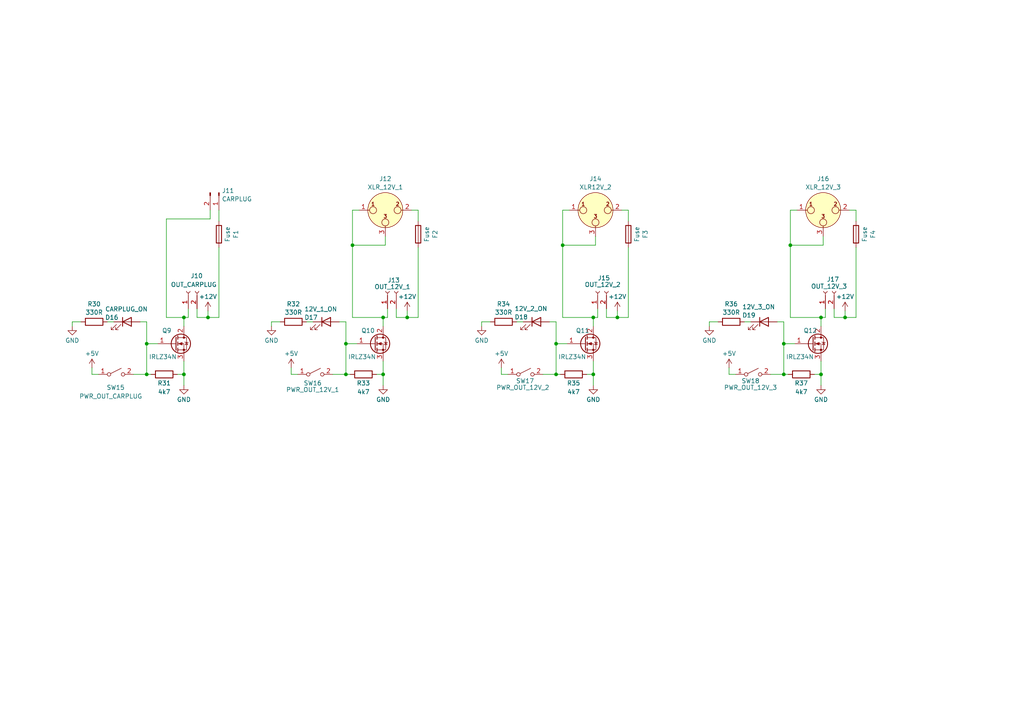
<source format=kicad_sch>
(kicad_sch (version 20231120) (generator "eeschema") (generator_version "8.0")
  (paper "A4")
  (lib_symbols
    (symbol "Connector:Conn_01x02_Pin" (pin_names (offset 1.016) hide)
      (property "Reference" "J" (at 0 2.54 0))
      (property "Value" "Conn_01x02_Pin" (at 0 -5.08 0))
      (symbol "Conn_01x02_Pin_1_1"
        (polyline (pts (xy 1.27 -2.54) (xy 0.8636 -2.54)) (stroke (width 0.1524)))
        (polyline (pts (xy 1.27 0) (xy 0.8636 0)) (stroke (width 0.1524)))
        (rectangle (start 0.8636 -2.413) (end 0 -2.667) (stroke (width 0.1524)) (fill (type outline)))
        (rectangle (start 0.8636 0.127) (end 0 -0.127) (stroke (width 0.1524)) (fill (type outline)))
        (pin passive line (at 5.08 0 180) (length 3.81) (name "Pin_1") (number "1"))
        (pin passive line (at 5.08 -2.54 180) (length 3.81) (name "Pin_2") (number "2"))
      )
    )
    (symbol "Connector:Conn_01x02_Socket" (pin_names (offset 1.016) hide)
      (property "Reference" "J" (at 0 2.54 0))
      (property "Value" "Conn_01x02_Socket" (at 0 -5.08 0))
      (symbol "Conn_01x02_Socket_1_1"
        (arc (start 0 -2.032) (mid -0.5058 -2.54) (end 0 -3.048) (stroke (width 0.1524)))
        (polyline (pts (xy -1.27 -2.54) (xy -0.508 -2.54)) (stroke (width 0.1524)))
        (polyline (pts (xy -1.27 0) (xy -0.508 0)) (stroke (width 0.1524)))
        (arc (start 0 0.508) (mid -0.5058 0) (end 0 -0.508) (stroke (width 0.1524)))
        (pin passive line (at -5.08 0 0) (length 3.81) (name "Pin_1") (number "1"))
        (pin passive line (at -5.08 -2.54 0) (length 3.81) (name "Pin_2") (number "2"))
      )
    )
    (symbol "Connector_Audio:XLR3" (pin_names hide)
      (property "Reference" "J" (at 0 8.89 0))
      (property "Value" "XLR3" (at 0 6.35 0))
      (symbol "XLR3_0_1"
        (circle (center -3.556 0) (radius 1.016))
        (circle (center 0 -3.556) (radius 1.016))
        (polyline (pts (xy -5.08 0) (xy -4.572 0)))
        (polyline (pts (xy 0 -5.08) (xy 0 -4.572)))
        (polyline (pts (xy 5.08 0) (xy 4.572 0)))
        (circle (center 0 0) (radius 5.08) (fill (type background)))
        (circle (center 3.556 0) (radius 1.016))
        (text "1" (at -3.556 1.778 0) (effects (font (size 1.016 1.016) (bold yes))))
        (text "2" (at 3.556 1.778 0) (effects (font (size 1.016 1.016) (bold yes))))
        (text "3" (at 0 -1.778 0) (effects (font (size 1.016 1.016) (bold yes))))
        (pin passive line (at -7.62 0 0) (length 2.54) (name "~") (number "1"))
        (pin passive line (at 7.62 0 180) (length 2.54) (name "~") (number "2"))
        (pin passive line (at 0 -7.62 90) (length 2.54) (name "~") (number "3"))
      )
    )
    (symbol "Device:Fuse" (pin_numbers hide) (pin_names (offset 0))
      (property "Reference" "F" (at 2.032 0 90))
      (property "Value" "Fuse" (at -1.905 0 90))
      (symbol "Fuse_0_1"
        (rectangle (start -0.762 -2.54) (end 0.762 2.54) (stroke (width 0.254)))
        (polyline (pts (xy 0 2.54) (xy 0 -2.54)))
      )
      (symbol "Fuse_1_1"
        (pin passive line (at 0 3.81 270) (length 1.27) (name "~") (number "1"))
        (pin passive line (at 0 -3.81 90) (length 1.27) (name "~") (number "2"))
      )
    )
    (symbol "Device:LED" (pin_numbers hide) (pin_names (offset 1.016) hide)
      (property "Reference" "D" (at 0 2.54 0))
      (property "Value" "LED" (at 0 -2.54 0))
      (symbol "LED_0_1"
        (polyline (pts (xy -1.27 -1.27) (xy -1.27 1.27)) (stroke (width 0.254)))
        (polyline (pts (xy -1.27 0) (xy 1.27 0)))
        (polyline (pts (xy 1.27 -1.27) (xy 1.27 1.27) (xy -1.27 0) (xy 1.27 -1.27)) (stroke (width 0.254)))
        (polyline (pts (xy -3.048 -0.762) (xy -4.572 -2.286) (xy -3.81 -2.286) (xy -4.572 -2.286) (xy -4.572 -1.524)))
        (polyline (pts (xy -1.778 -0.762) (xy -3.302 -2.286) (xy -2.54 -2.286) (xy -3.302 -2.286) (xy -3.302 -1.524)))
      )
      (symbol "LED_1_1"
        (pin passive line (at -3.81 0 0) (length 2.54) (name "K") (number "1"))
        (pin passive line (at 3.81 0 180) (length 2.54) (name "A") (number "2"))
      )
    )
    (symbol "Device:R" (pin_numbers hide) (pin_names (offset 0))
      (property "Reference" "R" (at 2.032 0 90))
      (property "Value" "R" (at 0 0 90))
      (symbol "R_0_1"
        (rectangle (start -1.016 -2.54) (end 1.016 2.54) (stroke (width 0.254)))
      )
      (symbol "R_1_1"
        (pin passive line (at 0 3.81 270) (length 1.27) (name "~") (number "1"))
        (pin passive line (at 0 -3.81 90) (length 1.27) (name "~") (number "2"))
      )
    )
    (symbol "Switch:SW_SPST" (pin_names (offset 0) hide)
      (property "Reference" "SW" (at 0 3.175 0))
      (property "Value" "SW_SPST" (at 0 -2.54 0))
      (symbol "SW_SPST_0_0"
        (circle (center -2.032 0) (radius 0.508))
        (polyline (pts (xy -1.524 0.254) (xy 1.524 1.778)))
        (circle (center 2.032 0) (radius 0.508))
      )
      (symbol "SW_SPST_1_1"
        (pin passive line (at -5.08 0 0) (length 2.54) (name "A") (number "1"))
        (pin passive line (at 5.08 0 180) (length 2.54) (name "B") (number "2"))
      )
    )
    (symbol "Transistor_FET:IRLZ34N" (pin_names hide)
      (property "Reference" "Q" (at 5.08 1.905 0))
      (property "Value" "IRLZ34N" (at 5.08 0 0))
      (symbol "IRLZ34N_0_1"
        (polyline (pts (xy 0.254 0) (xy -2.54 0)))
        (polyline (pts (xy 0.254 1.905) (xy 0.254 -1.905)) (stroke (width 0.254)))
        (polyline (pts (xy 0.762 -1.27) (xy 0.762 -2.286)) (stroke (width 0.254)))
        (polyline (pts (xy 0.762 0.508) (xy 0.762 -0.508)) (stroke (width 0.254)))
        (polyline (pts (xy 0.762 2.286) (xy 0.762 1.27)) (stroke (width 0.254)))
        (polyline (pts (xy 2.54 2.54) (xy 2.54 1.778)))
        (polyline (pts (xy 2.54 -2.54) (xy 2.54 0) (xy 0.762 0)))
        (polyline (pts (xy 0.762 -1.778) (xy 3.302 -1.778) (xy 3.302 1.778) (xy 0.762 1.778)))
        (polyline (pts (xy 1.016 0) (xy 2.032 0.381) (xy 2.032 -0.381) (xy 1.016 0)) (fill (type outline)))
        (polyline (pts (xy 2.794 0.508) (xy 2.921 0.381) (xy 3.683 0.381) (xy 3.81 0.254)))
        (polyline (pts (xy 3.302 0.381) (xy 2.921 -0.254) (xy 3.683 -0.254) (xy 3.302 0.381)))
        (circle (center 1.651 0) (radius 2.794) (stroke (width 0.254)))
        (circle (center 2.54 -1.778) (radius 0.254) (fill (type outline)))
        (circle (center 2.54 1.778) (radius 0.254) (fill (type outline)))
      )
      (symbol "IRLZ34N_1_1"
        (pin input line (at -5.08 0 0) (length 2.54) (name "G") (number "1"))
        (pin passive line (at 2.54 5.08 270) (length 2.54) (name "D") (number "2"))
        (pin passive line (at 2.54 -5.08 90) (length 2.54) (name "S") (number "3"))
      )
    )
    (symbol "power:+12V" (power) (pin_names (offset 0))
      (property "Value" "+12V" (at 0 3.556 0))
      (symbol "+12V_0_1"
        (polyline (pts (xy -0.762 1.27) (xy 0 2.54)))
        (polyline (pts (xy 0 0) (xy 0 2.54)))
        (polyline (pts (xy 0 2.54) (xy 0.762 1.27)))
      )
      (symbol "+12V_1_1"
        (pin power_in line (at 0 0 90) (length 0) hide (name "+12V") (number "1"))
      )
    )
    (symbol "power:+5V" (power) (pin_names (offset 0))
      (property "Value" "+5V" (at 0 3.556 0))
      (symbol "+5V_0_1"
        (polyline (pts (xy -0.762 1.27) (xy 0 2.54)))
        (polyline (pts (xy 0 0) (xy 0 2.54)))
        (polyline (pts (xy 0 2.54) (xy 0.762 1.27)))
      )
      (symbol "+5V_1_1"
        (pin power_in line (at 0 0 90) (length 0) hide (name "+5V") (number "1"))
      )
    )
    (symbol "power:GND" (power) (pin_names (offset 0))
      (property "Value" "GND" (at 0 -3.81 0))
      (symbol "GND_0_1"
        (polyline (pts (xy 0 0) (xy 0 -1.27) (xy 1.27 -1.27) (xy 0 -2.54) (xy -1.27 -1.27) (xy 0 -1.27)))
      )
      (symbol "GND_1_1"
        (pin power_in line (at 0 0 270) (length 0) hide (name "GND") (number "1"))
      )
    )
  )
  (junction (at 111.125 92.075))
  (junction (at 111.125 108.585))
  (junction (at 238.125 92.075))
  (junction (at 100.33 99.695))
  (junction (at 60.325 92.075))
  (junction (at 118.11 92.075))
  (junction (at 163.195 71.12))
  (junction (at 53.34 92.075))
  (junction (at 227.33 108.585))
  (junction (at 229.235 71.12))
  (junction (at 102.235 71.12))
  (junction (at 161.29 108.585))
  (junction (at 172.085 108.585))
  (junction (at 42.545 99.695))
  (junction (at 179.07 92.075))
  (junction (at 245.11 92.075))
  (junction (at 42.545 108.585))
  (junction (at 227.33 99.695))
  (junction (at 238.125 108.585))
  (junction (at 172.085 92.075))
  (junction (at 100.33 108.585))
  (junction (at 53.34 108.585))
  (junction (at 161.29 99.695))
  (wire (pts (xy 159.385 93.345) (xy 161.29 93.345)))
  (wire (pts (xy 172.72 68.58) (xy 172.72 71.12)))
  (wire (pts (xy 102.235 60.96) (xy 104.14 60.96)))
  (wire (pts (xy 26.67 108.585) (xy 26.67 106.68)))
  (wire (pts (xy 142.24 93.345) (xy 139.7 93.345)))
  (wire (pts (xy 40.64 93.345) (xy 42.545 93.345)))
  (wire (pts (xy 215.9 93.345) (xy 217.805 93.345)))
  (wire (pts (xy 121.285 92.075) (xy 121.285 71.755)))
  (wire (pts (xy 163.195 60.96) (xy 165.1 60.96)))
  (wire (pts (xy 245.11 90.17) (xy 245.11 92.075)))
  (wire (pts (xy 81.28 93.345) (xy 78.74 93.345)))
  (wire (pts (xy 180.34 60.96) (xy 182.245 60.96)))
  (wire (pts (xy 246.38 60.96) (xy 248.285 60.96)))
  (wire (pts (xy 114.935 92.075) (xy 118.11 92.075)))
  (wire (pts (xy 147.32 108.585) (xy 145.415 108.585)))
  (wire (pts (xy 28.575 108.585) (xy 26.67 108.585)))
  (wire (pts (xy 164.465 99.695) (xy 161.29 99.695)))
  (wire (pts (xy 54.61 89.535) (xy 54.61 92.075)))
  (wire (pts (xy 241.935 89.535) (xy 241.935 92.075)))
  (wire (pts (xy 51.435 108.585) (xy 53.34 108.585)))
  (wire (pts (xy 54.61 92.075) (xy 53.34 92.075)))
  (wire (pts (xy 31.115 93.345) (xy 33.02 93.345)))
  (wire (pts (xy 100.33 93.345) (xy 100.33 99.695)))
  (wire (pts (xy 100.33 99.695) (xy 100.33 108.585)))
  (wire (pts (xy 241.935 92.075) (xy 245.11 92.075)))
  (wire (pts (xy 60.325 90.17) (xy 60.325 92.075)))
  (wire (pts (xy 172.72 71.12) (xy 163.195 71.12)))
  (wire (pts (xy 63.5 92.075) (xy 63.5 71.755)))
  (wire (pts (xy 172.085 92.075) (xy 172.085 94.615)))
  (wire (pts (xy 229.235 92.075) (xy 229.235 71.12)))
  (wire (pts (xy 53.34 92.075) (xy 48.26 92.075)))
  (wire (pts (xy 208.28 93.345) (xy 205.74 93.345)))
  (wire (pts (xy 23.495 93.345) (xy 20.955 93.345)))
  (wire (pts (xy 109.22 108.585) (xy 111.125 108.585)))
  (wire (pts (xy 170.18 108.585) (xy 172.085 108.585)))
  (wire (pts (xy 118.11 92.075) (xy 121.285 92.075)))
  (wire (pts (xy 111.125 92.075) (xy 111.125 94.615)))
  (wire (pts (xy 102.235 92.075) (xy 102.235 71.12)))
  (wire (pts (xy 114.935 89.535) (xy 114.935 92.075)))
  (wire (pts (xy 248.285 92.075) (xy 248.285 71.755)))
  (wire (pts (xy 111.76 71.12) (xy 102.235 71.12)))
  (wire (pts (xy 163.195 71.12) (xy 163.195 60.96)))
  (wire (pts (xy 238.76 71.12) (xy 229.235 71.12)))
  (wire (pts (xy 245.11 92.075) (xy 248.285 92.075)))
  (wire (pts (xy 103.505 99.695) (xy 100.33 99.695)))
  (wire (pts (xy 42.545 108.585) (xy 43.815 108.585)))
  (wire (pts (xy 102.235 71.12) (xy 102.235 60.96)))
  (wire (pts (xy 211.455 108.585) (xy 211.455 106.68)))
  (wire (pts (xy 157.48 108.585) (xy 161.29 108.585)))
  (wire (pts (xy 179.07 90.17) (xy 179.07 92.075)))
  (wire (pts (xy 42.545 93.345) (xy 42.545 99.695)))
  (wire (pts (xy 53.34 92.075) (xy 53.34 94.615)))
  (wire (pts (xy 84.455 108.585) (xy 84.455 106.68)))
  (wire (pts (xy 48.26 92.075) (xy 48.26 63.5)))
  (wire (pts (xy 112.395 89.535) (xy 112.395 92.075)))
  (wire (pts (xy 248.285 60.96) (xy 248.285 64.135)))
  (wire (pts (xy 172.085 108.585) (xy 172.085 111.76)))
  (wire (pts (xy 238.76 68.58) (xy 238.76 71.12)))
  (wire (pts (xy 182.245 60.96) (xy 182.245 64.135)))
  (wire (pts (xy 98.425 93.345) (xy 100.33 93.345)))
  (wire (pts (xy 172.085 92.075) (xy 163.195 92.075)))
  (wire (pts (xy 229.235 60.96) (xy 231.14 60.96)))
  (wire (pts (xy 48.26 63.5) (xy 60.96 63.5)))
  (wire (pts (xy 88.9 93.345) (xy 90.805 93.345)))
  (wire (pts (xy 227.33 93.345) (xy 227.33 99.695)))
  (wire (pts (xy 236.22 108.585) (xy 238.125 108.585)))
  (wire (pts (xy 175.895 89.535) (xy 175.895 92.075)))
  (wire (pts (xy 161.29 99.695) (xy 161.29 108.585)))
  (wire (pts (xy 149.86 93.345) (xy 151.765 93.345)))
  (wire (pts (xy 161.29 93.345) (xy 161.29 99.695)))
  (wire (pts (xy 38.735 108.585) (xy 42.545 108.585)))
  (wire (pts (xy 227.33 108.585) (xy 228.6 108.585)))
  (wire (pts (xy 60.325 92.075) (xy 63.5 92.075)))
  (wire (pts (xy 161.29 108.585) (xy 162.56 108.585)))
  (wire (pts (xy 223.52 108.585) (xy 227.33 108.585)))
  (wire (pts (xy 45.72 99.695) (xy 42.545 99.695)))
  (wire (pts (xy 86.36 108.585) (xy 84.455 108.585)))
  (wire (pts (xy 179.07 92.075) (xy 182.245 92.075)))
  (wire (pts (xy 139.7 93.345) (xy 139.7 94.615)))
  (wire (pts (xy 60.96 63.5) (xy 60.96 60.96)))
  (wire (pts (xy 112.395 92.075) (xy 111.125 92.075)))
  (wire (pts (xy 238.125 92.075) (xy 238.125 94.615)))
  (wire (pts (xy 238.125 92.075) (xy 229.235 92.075)))
  (wire (pts (xy 239.395 89.535) (xy 239.395 92.075)))
  (wire (pts (xy 205.74 93.345) (xy 205.74 94.615)))
  (wire (pts (xy 145.415 108.585) (xy 145.415 106.68)))
  (wire (pts (xy 111.125 104.775) (xy 111.125 108.585)))
  (wire (pts (xy 78.74 93.345) (xy 78.74 94.615)))
  (wire (pts (xy 173.355 92.075) (xy 172.085 92.075)))
  (wire (pts (xy 111.76 68.58) (xy 111.76 71.12)))
  (wire (pts (xy 57.15 89.535) (xy 57.15 92.075)))
  (wire (pts (xy 230.505 99.695) (xy 227.33 99.695)))
  (wire (pts (xy 239.395 92.075) (xy 238.125 92.075)))
  (wire (pts (xy 57.15 92.075) (xy 60.325 92.075)))
  (wire (pts (xy 182.245 92.075) (xy 182.245 71.755)))
  (wire (pts (xy 119.38 60.96) (xy 121.285 60.96)))
  (wire (pts (xy 163.195 92.075) (xy 163.195 71.12)))
  (wire (pts (xy 111.125 108.585) (xy 111.125 111.76)))
  (wire (pts (xy 213.36 108.585) (xy 211.455 108.585)))
  (wire (pts (xy 96.52 108.585) (xy 100.33 108.585)))
  (wire (pts (xy 173.355 89.535) (xy 173.355 92.075)))
  (wire (pts (xy 53.34 108.585) (xy 53.34 111.76)))
  (wire (pts (xy 20.955 93.345) (xy 20.955 94.615)))
  (wire (pts (xy 225.425 93.345) (xy 227.33 93.345)))
  (wire (pts (xy 175.895 92.075) (xy 179.07 92.075)))
  (wire (pts (xy 238.125 104.775) (xy 238.125 108.585)))
  (wire (pts (xy 100.33 108.585) (xy 101.6 108.585)))
  (wire (pts (xy 172.085 104.775) (xy 172.085 108.585)))
  (wire (pts (xy 118.11 90.17) (xy 118.11 92.075)))
  (wire (pts (xy 42.545 99.695) (xy 42.545 108.585)))
  (wire (pts (xy 238.125 108.585) (xy 238.125 111.76)))
  (wire (pts (xy 229.235 71.12) (xy 229.235 60.96)))
  (wire (pts (xy 227.33 99.695) (xy 227.33 108.585)))
  (wire (pts (xy 121.285 60.96) (xy 121.285 64.135)))
  (wire (pts (xy 53.34 104.775) (xy 53.34 108.585)))
  (wire (pts (xy 63.5 60.96) (xy 63.5 64.135)))
  (wire (pts (xy 111.125 92.075) (xy 102.235 92.075)))
  (symbol (lib_id "power:+12V") (at 60.325 90.17 0) (unit 1)
    (property "Reference" "#PWR048" (effects (hide yes)))
    (property "Value" "+12V" (at 60.325 86.0369 0))
  )
  (symbol (lib_id "power:GND") (at 20.955 94.615 0) (unit 1)
    (property "Reference" "#PWR045" (effects (hide yes)))
    (property "Value" "GND" (at 20.955 98.7481 0))
  )
  (symbol (lib_id "Device:R") (at 27.305 93.345 90) (unit 1)
    (property "Reference" "R30" (at 27.305 88.1847 90))
    (property "Value" "330R" (at 27.305 90.6089 90))
    (property "Footprint" "Resistor_SMD:R_1206_3216Metric_Pad1.30x1.75mm_HandSolder" (effects (hide yes)))
  )
  (symbol (lib_id "Device:R") (at 166.37 108.585 90) (unit 1)
    (property "Reference" "R35" (at 166.37 111.125 90))
    (property "Value" "4k7" (at 166.37 113.665 90))
    (property "Footprint" "Resistor_SMD:R_1206_3216Metric_Pad1.30x1.75mm_HandSolder" (effects (hide yes)))
  )
  (symbol (lib_id "power:GND") (at 53.34 111.76 0) (unit 1)
    (property "Reference" "#PWR047" (effects (hide yes)))
    (property "Value" "GND" (at 53.34 115.8931 0))
  )
  (symbol (lib_id "power:+5V") (at 26.67 106.68 0) (unit 1)
    (property "Reference" "#PWR046" (effects (hide yes)))
    (property "Value" "+5V" (at 26.67 102.5469 0))
  )
  (symbol (lib_id "Connector_Audio:XLR3") (at 238.76 60.96 0) (unit 1) (in_bom no) (on_board no)
    (property "Reference" "J16" (at 238.76 51.8627 0))
    (property "Value" "XLR_12V_3" (at 238.76 54.2869 0))
    (property "Datasheet" " ~" (effects (hide yes)))
  )
  (symbol (lib_id "Connector:Conn_01x02_Socket") (at 54.61 84.455 90) (unit 1)
    (property "Reference" "J10" (at 55.245 80.01 90) (effects (justify right)))
    (property "Value" "OUT_CARPLUG" (at 49.53 82.55 90) (effects (justify right)))
    (property "Footprint" "Connector_Wire:SolderWire-1sqmm_1x02_P5.4mm_D1.4mm_OD2.7mm" (effects (hide yes)))
  )
  (symbol (lib_id "Transistor_FET:IRLZ34N") (at 108.585 99.695 0) (unit 1)
    (property "Reference" "Q10" (at 104.775 95.885 0) (effects (justify left)))
    (property "Value" "IRLZ34N" (at 100.965 103.505 0) (effects (justify left)))
    (property "Footprint" "Package_TO_SOT_THT:TO-220-3_Vertical" (effects (hide yes)))
    (property "Datasheet" "http://www.infineon.com/dgdl/irlz34npbf.pdf?fileId=5546d462533600a40153567206892720" (effects (hide yes)))
  )
  (symbol (lib_id "Device:Fuse") (at 121.285 67.945 0) (unit 1) (in_bom no) (on_board no)
    (property "Reference" "F2" (at 126.1913 67.945 90))
    (property "Value" "Fuse" (at 123.7671 67.945 90))
    (property "Footprint" "Connector_Wire:SolderWire-1sqmm_1x02_P5.4mm_D1.4mm_OD2.7mm" (effects (hide yes)))
  )
  (symbol (lib_id "Device:Fuse") (at 248.285 67.945 0) (unit 1) (in_bom no) (on_board no)
    (property "Reference" "F4" (at 253.1913 67.945 90))
    (property "Value" "Fuse" (at 250.7671 67.945 90))
    (property "Footprint" "Connector_Wire:SolderWire-1sqmm_1x02_P5.4mm_D1.4mm_OD2.7mm" (effects (hide yes)))
  )
  (symbol (lib_id "power:+5V") (at 211.455 106.68 0) (unit 1)
    (property "Reference" "#PWR058" (effects (hide yes)))
    (property "Value" "+5V" (at 211.455 102.5469 0))
  )
  (symbol (lib_id "Device:R") (at 212.09 93.345 90) (unit 1)
    (property "Reference" "R36" (at 212.09 88.1847 90))
    (property "Value" "330R" (at 212.09 90.6089 90))
    (property "Footprint" "Resistor_SMD:R_1206_3216Metric_Pad1.30x1.75mm_HandSolder" (effects (hide yes)))
  )
  (symbol (lib_id "power:+5V") (at 84.455 106.68 0) (unit 1)
    (property "Reference" "#PWR050" (effects (hide yes)))
    (property "Value" "+5V" (at 84.455 102.5469 0))
  )
  (symbol (lib_id "power:+12V") (at 179.07 90.17 0) (unit 1)
    (property "Reference" "#PWR056" (effects (hide yes)))
    (property "Value" "+12V" (at 179.07 86.0369 0))
  )
  (symbol (lib_id "Switch:SW_SPST") (at 218.44 108.585 0) (unit 1)
    (property "Reference" "SW18" (at 220.345 110.49 0) (effects (justify right)))
    (property "Value" "PWR_OUT_12V_3" (at 225.425 112.395 0) (effects (justify right)))
    (property "Footprint" "Connector_PinHeader_2.54mm:PinHeader_1x02_P2.54mm_Vertical" (effects (hide yes)))
  )
  (symbol (lib_id "power:GND") (at 111.125 111.76 0) (unit 1)
    (property "Reference" "#PWR051" (effects (hide yes)))
    (property "Value" "GND" (at 111.125 115.8931 0))
  )
  (symbol (lib_id "Device:LED") (at 221.615 93.345 0) (unit 1)
    (property "Reference" "D19" (at 215.265 91.44 0) (effects (justify left)))
    (property "Value" "12V_3_ON" (at 215.265 89.0158 0) (effects (justify left)))
    (property "Footprint" "Connector_PinHeader_2.54mm:PinHeader_1x02_P2.54mm_Vertical" (effects (hide yes)))
  )
  (symbol (lib_id "Connector:Conn_01x02_Socket") (at 239.395 84.455 90) (unit 1)
    (property "Reference" "J17" (at 239.776 81.026 90) (effects (justify right)))
    (property "Value" "OUT_12V_3" (at 235.204 83.058 90) (effects (justify right)))
    (property "Footprint" "Connector_Wire:SolderWire-1sqmm_1x02_P5.4mm_D1.4mm_OD2.7mm" (effects (hide yes)))
  )
  (symbol (lib_id "Connector:Conn_01x02_Socket") (at 112.395 84.455 90) (unit 1)
    (property "Reference" "J13" (at 112.395 81.28 90) (effects (justify right)))
    (property "Value" "OUT_12V_1" (at 108.585 83.185 90) (effects (justify right)))
    (property "Footprint" "Connector_Wire:SolderWire-1sqmm_1x02_P5.4mm_D1.4mm_OD2.7mm" (effects (hide yes)))
  )
  (symbol (lib_id "Device:R") (at 47.625 108.585 90) (unit 1)
    (property "Reference" "R31" (at 47.625 111.125 90))
    (property "Value" "4k7" (at 47.625 113.665 90))
    (property "Footprint" "Resistor_SMD:R_1206_3216Metric_Pad1.30x1.75mm_HandSolder" (effects (hide yes)))
  )
  (symbol (lib_id "Switch:SW_SPST") (at 91.44 108.585 0) (unit 1)
    (property "Reference" "SW16" (at 93.345 111.125 0) (effects (justify right)))
    (property "Value" "PWR_OUT_12V_1" (at 98.425 113.03 0) (effects (justify right)))
    (property "Footprint" "Connector_PinHeader_2.54mm:PinHeader_1x02_P2.54mm_Vertical" (effects (hide yes)))
  )
  (symbol (lib_id "Device:R") (at 146.05 93.345 90) (unit 1)
    (property "Reference" "R34" (at 146.05 88.1847 90))
    (property "Value" "330R" (at 146.05 90.6089 90))
    (property "Footprint" "Resistor_SMD:R_1206_3216Metric_Pad1.30x1.75mm_HandSolder" (effects (hide yes)))
  )
  (symbol (lib_id "Connector_Audio:XLR3") (at 172.72 60.96 0) (unit 1) (in_bom no) (on_board no)
    (property "Reference" "J14" (at 172.72 51.8627 0))
    (property "Value" "XLR12V_2" (at 172.72 54.2869 0))
    (property "Datasheet" " ~" (effects (hide yes)))
  )
  (symbol (lib_id "Device:LED") (at 94.615 93.345 0) (unit 1)
    (property "Reference" "D17" (at 88.265 92.075 0) (effects (justify left)))
    (property "Value" "12V_1_ON" (at 88.265 89.6508 0) (effects (justify left)))
    (property "Footprint" "Connector_PinHeader_2.54mm:PinHeader_1x02_P2.54mm_Vertical" (effects (hide yes)))
  )
  (symbol (lib_id "Switch:SW_SPST") (at 33.655 108.585 0) (unit 1)
    (property "Reference" "SW15" (at 36.195 112.395 0) (effects (justify right)))
    (property "Value" "PWR_OUT_CARPLUG" (at 41.275 114.935 0) (effects (justify right)))
    (property "Footprint" "Connector_PinHeader_2.54mm:PinHeader_1x02_P2.54mm_Vertical" (effects (hide yes)))
  )
  (symbol (lib_id "Switch:SW_SPST") (at 152.4 108.585 0) (unit 1)
    (property "Reference" "SW17" (at 154.94 110.49 0) (effects (justify right)))
    (property "Value" "PWR_OUT_12V_2" (at 159.385 112.395 0) (effects (justify right)))
    (property "Footprint" "Connector_PinHeader_2.54mm:PinHeader_1x02_P2.54mm_Vertical" (effects (hide yes)))
  )
  (symbol (lib_id "Connector_Audio:XLR3") (at 111.76 60.96 0) (unit 1) (in_bom no) (on_board no)
    (property "Reference" "J12" (at 111.76 51.8627 0))
    (property "Value" "XLR_12V_1" (at 111.76 54.2869 0))
    (property "Datasheet" " ~" (effects (hide yes)))
  )
  (symbol (lib_id "power:+5V") (at 145.415 106.68 0) (unit 1)
    (property "Reference" "#PWR054" (effects (hide yes)))
    (property "Value" "+5V" (at 145.415 102.5469 0))
  )
  (symbol (lib_id "Connector:Conn_01x02_Pin") (at 63.5 55.88 270) (unit 1) (in_bom no) (on_board no)
    (property "Reference" "J11" (at 64.3382 55.3029 90) (effects (justify left)))
    (property "Value" "CARPLUG" (at 64.3382 57.7271 90) (effects (justify left)))
  )
  (symbol (lib_id "power:GND") (at 205.74 94.615 0) (unit 1)
    (property "Reference" "#PWR057" (effects (hide yes)))
    (property "Value" "GND" (at 205.74 98.7481 0))
  )
  (symbol (lib_id "power:GND") (at 238.125 111.76 0) (unit 1)
    (property "Reference" "#PWR059" (effects (hide yes)))
    (property "Value" "GND" (at 238.125 115.8931 0))
  )
  (symbol (lib_id "Transistor_FET:IRLZ34N") (at 50.8 99.695 0) (unit 1)
    (property "Reference" "Q9" (at 46.99 95.885 0) (effects (justify left)))
    (property "Value" "IRLZ34N" (at 43.18 103.505 0) (effects (justify left)))
    (property "Footprint" "Package_TO_SOT_THT:TO-220-3_Vertical" (effects (hide yes)))
    (property "Datasheet" "http://www.infineon.com/dgdl/irlz34npbf.pdf?fileId=5546d462533600a40153567206892720" (effects (hide yes)))
  )
  (symbol (lib_id "Device:LED") (at 36.83 93.345 0) (unit 1)
    (property "Reference" "D16" (at 30.48 92.075 0) (effects (justify left)))
    (property "Value" "CARPLUG_ON" (at 30.48 89.6508 0) (effects (justify left)))
    (property "Footprint" "Connector_PinHeader_2.54mm:PinHeader_1x02_P2.54mm_Vertical" (effects (hide yes)))
  )
  (symbol (lib_id "power:GND") (at 172.085 111.76 0) (unit 1)
    (property "Reference" "#PWR055" (effects (hide yes)))
    (property "Value" "GND" (at 172.085 115.8931 0))
  )
  (symbol (lib_id "power:GND") (at 78.74 94.615 0) (unit 1)
    (property "Reference" "#PWR049" (effects (hide yes)))
    (property "Value" "GND" (at 78.74 98.7481 0))
  )
  (symbol (lib_id "power:GND") (at 139.7 94.615 0) (unit 1)
    (property "Reference" "#PWR053" (effects (hide yes)))
    (property "Value" "GND" (at 139.7 98.7481 0))
  )
  (symbol (lib_id "power:+12V") (at 118.11 90.17 0) (unit 1)
    (property "Reference" "#PWR052" (effects (hide yes)))
    (property "Value" "+12V" (at 118.11 86.0369 0))
  )
  (symbol (lib_id "Device:Fuse") (at 182.245 67.945 0) (unit 1) (in_bom no) (on_board no)
    (property "Reference" "F3" (at 187.1513 67.945 90))
    (property "Value" "Fuse" (at 184.7271 67.945 90))
    (property "Footprint" "Connector_Wire:SolderWire-1sqmm_1x02_P5.4mm_D1.4mm_OD2.7mm" (effects (hide yes)))
  )
  (symbol (lib_id "Transistor_FET:IRLZ34N") (at 169.545 99.695 0) (unit 1)
    (property "Reference" "Q11" (at 167.005 95.885 0) (effects (justify left)))
    (property "Value" "IRLZ34N" (at 161.925 103.505 0) (effects (justify left)))
    (property "Footprint" "Package_TO_SOT_THT:TO-220-3_Vertical" (effects (hide yes)))
    (property "Datasheet" "http://www.infineon.com/dgdl/irlz34npbf.pdf?fileId=5546d462533600a40153567206892720" (effects (hide yes)))
  )
  (symbol (lib_id "power:+12V") (at 245.11 90.17 0) (unit 1)
    (property "Reference" "#PWR060" (effects (hide yes)))
    (property "Value" "+12V" (at 245.11 86.0369 0))
  )
  (symbol (lib_id "Device:LED") (at 155.575 93.345 0) (unit 1)
    (property "Reference" "D18" (at 149.225 91.9592 0) (effects (justify left)))
    (property "Value" "12V_2_ON" (at 149.225 89.535 0) (effects (justify left)))
    (property "Footprint" "Connector_PinHeader_2.54mm:PinHeader_1x02_P2.54mm_Vertical" (effects (hide yes)))
  )
  (symbol (lib_id "Connector:Conn_01x02_Socket") (at 173.355 84.455 90) (unit 1)
    (property "Reference" "J15" (at 173.355 80.645 90) (effects (justify right)))
    (property "Value" "OUT_12V_2" (at 169.545 82.55 90) (effects (justify right)))
    (property "Footprint" "Connector_Wire:SolderWire-1sqmm_1x02_P5.4mm_D1.4mm_OD2.7mm" (effects (hide yes)))
  )
  (symbol (lib_id "Device:R") (at 105.41 108.585 90) (unit 1)
    (property "Reference" "R33" (at 105.41 111.125 90))
    (property "Value" "4k7" (at 105.41 113.665 90))
    (property "Footprint" "Resistor_SMD:R_1206_3216Metric_Pad1.30x1.75mm_HandSolder" (effects (hide yes)))
  )
  (symbol (lib_id "Device:R") (at 85.09 93.345 90) (unit 1)
    (property "Reference" "R32" (at 85.09 88.1847 90))
    (property "Value" "330R" (at 85.09 90.6089 90))
    (property "Footprint" "Resistor_SMD:R_1206_3216Metric_Pad1.30x1.75mm_HandSolder" (effects (hide yes)))
  )
  (symbol (lib_id "Device:R") (at 232.41 108.585 90) (unit 1)
    (property "Reference" "R37" (at 232.41 111.125 90))
    (property "Value" "4k7" (at 232.41 113.665 90))
    (property "Footprint" "Resistor_SMD:R_1206_3216Metric_Pad1.30x1.75mm_HandSolder" (effects (hide yes)))
  )
  (symbol (lib_id "Transistor_FET:IRLZ34N") (at 235.585 99.695 0) (unit 1)
    (property "Reference" "Q12" (at 233.045 95.885 0) (effects (justify left)))
    (property "Value" "IRLZ34N" (at 227.965 103.505 0) (effects (justify left)))
    (property "Footprint" "Package_TO_SOT_THT:TO-220-3_Vertical" (effects (hide yes)))
    (property "Datasheet" "http://www.infineon.com/dgdl/irlz34npbf.pdf?fileId=5546d462533600a40153567206892720" (effects (hide yes)))
  )
  (symbol (lib_id "Device:Fuse") (at 63.5 67.945 0) (unit 1) (in_bom no) (on_board no)
    (property "Reference" "F1" (at 68.4063 67.945 90))
    (property "Value" "Fuse" (at 65.9821 67.945 90))
    (property "Footprint" "Connector_Wire:SolderWire-1sqmm_1x02_P5.4mm_D1.4mm_OD2.7mm" (effects (hide yes)))
  )
)
</source>
